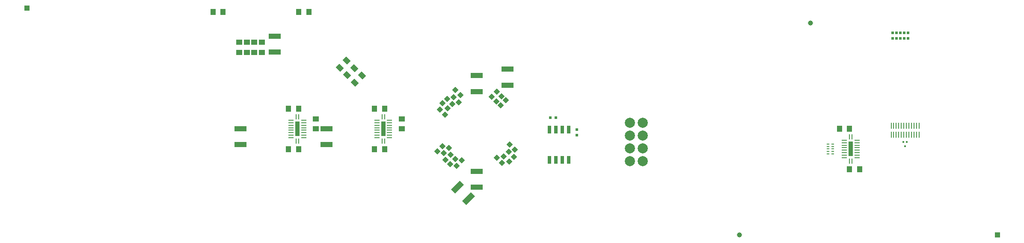
<source format=gbr>
%TF.GenerationSoftware,Altium Limited,Altium Designer,22.4.2 (48)*%
G04 Layer_Color=128*
%FSLAX26Y26*%
%MOIN*%
%TF.SameCoordinates,8C98EB32-1E12-42CD-A60B-9DA89663A72C*%
%TF.FilePolarity,Positive*%
%TF.FileFunction,Paste,Bot*%
%TF.Part,Single*%
G01*
G75*
%TA.AperFunction,SMDPad,CuDef*%
%ADD21R,0.031496X0.059055*%
%ADD23R,0.023622X0.023622*%
%ADD37R,0.049213X0.039370*%
%TA.AperFunction,FiducialPad,Global*%
%ADD46C,0.039370*%
%ADD47R,0.039370X0.039370*%
%TA.AperFunction,SMDPad,CuDef*%
%ADD51R,0.023622X0.023622*%
%ADD52R,0.039370X0.049213*%
%ADD54R,0.094488X0.043307*%
%ADD57R,0.011811X0.011811*%
%ADD59R,0.018701X0.007874*%
G04:AMPARAMS|DCode=61|XSize=39.37mil|YSize=49.213mil|CornerRadius=0mil|HoleSize=0mil|Usage=FLASHONLY|Rotation=45.000|XOffset=0mil|YOffset=0mil|HoleType=Round|Shape=Rectangle|*
%AMROTATEDRECTD61*
4,1,4,0.003480,-0.031319,-0.031319,0.003480,-0.003480,0.031319,0.031319,-0.003480,0.003480,-0.031319,0.0*
%
%ADD61ROTATEDRECTD61*%

%ADD100R,0.011024X0.045276*%
%ADD101C,0.078740*%
%ADD102R,0.011417X0.039370*%
%ADD103R,0.039370X0.011417*%
%ADD104R,0.035433X0.114173*%
G04:AMPARAMS|DCode=105|XSize=33.465mil|YSize=35.433mil|CornerRadius=0mil|HoleSize=0mil|Usage=FLASHONLY|Rotation=45.000|XOffset=0mil|YOffset=0mil|HoleType=Round|Shape=Rectangle|*
%AMROTATEDRECTD105*
4,1,4,0.000696,-0.024359,-0.024359,0.000696,-0.000696,0.024359,0.024359,-0.000696,0.000696,-0.024359,0.0*
%
%ADD105ROTATEDRECTD105*%

G04:AMPARAMS|DCode=106|XSize=33.465mil|YSize=35.433mil|CornerRadius=0mil|HoleSize=0mil|Usage=FLASHONLY|Rotation=135.000|XOffset=0mil|YOffset=0mil|HoleType=Round|Shape=Rectangle|*
%AMROTATEDRECTD106*
4,1,4,0.024359,0.000696,-0.000696,-0.024359,-0.024359,-0.000696,0.000696,0.024359,0.024359,0.000696,0.0*
%
%ADD106ROTATEDRECTD106*%

G04:AMPARAMS|DCode=107|XSize=43.307mil|YSize=94.488mil|CornerRadius=0mil|HoleSize=0mil|Usage=FLASHONLY|Rotation=315.000|XOffset=0mil|YOffset=0mil|HoleType=Round|Shape=Rectangle|*
%AMROTATEDRECTD107*
4,1,4,-0.048718,-0.018095,0.018095,0.048718,0.048718,0.018095,-0.018095,-0.048718,-0.048718,-0.018095,0.0*
%
%ADD107ROTATEDRECTD107*%

D21*
X6622047Y2947835D02*
D03*
X6572047D02*
D03*
X6472441D02*
D03*
X6522441D02*
D03*
Y2711614D02*
D03*
X6472441D02*
D03*
X6572047D02*
D03*
X6622047D02*
D03*
D23*
X6521654Y3040000D02*
D03*
X6478346D02*
D03*
D37*
X4173228Y3630905D02*
D03*
Y3552165D02*
D03*
X4653543Y3031496D02*
D03*
Y2952756D02*
D03*
X5322835Y3031496D02*
D03*
Y2952756D02*
D03*
X4232283Y3630905D02*
D03*
Y3552165D02*
D03*
X4055118Y3630905D02*
D03*
Y3552165D02*
D03*
X4114173Y3630905D02*
D03*
Y3552165D02*
D03*
D46*
X7952756Y2125984D02*
D03*
X8503937Y3779528D02*
D03*
D47*
X2401575Y3897638D02*
D03*
X9960630Y2125984D02*
D03*
D51*
X6684055Y2904528D02*
D03*
Y2947835D02*
D03*
X9145669Y3702756D02*
D03*
Y3659449D02*
D03*
X9234252D02*
D03*
Y3702756D02*
D03*
X9263780D02*
D03*
Y3659449D02*
D03*
X9175197D02*
D03*
Y3702756D02*
D03*
X9204724D02*
D03*
Y3659449D02*
D03*
D52*
X4438976Y2795276D02*
D03*
X4517717D02*
D03*
X5108268D02*
D03*
X5187008D02*
D03*
X5108268Y3110236D02*
D03*
X5187008D02*
D03*
X4438976D02*
D03*
X4517717D02*
D03*
X3850394Y3868110D02*
D03*
X3929134D02*
D03*
X4519685D02*
D03*
X4598425D02*
D03*
X8887795Y2637795D02*
D03*
X8809055D02*
D03*
X8730315Y2952756D02*
D03*
X8809055D02*
D03*
D54*
X4330709Y3553150D02*
D03*
Y3679134D02*
D03*
X5905512Y3370079D02*
D03*
Y3244095D02*
D03*
Y2496063D02*
D03*
Y2622047D02*
D03*
X6145669Y3420276D02*
D03*
Y3294291D02*
D03*
X4735236Y2955709D02*
D03*
Y2829724D02*
D03*
X4065945Y2955709D02*
D03*
Y2829724D02*
D03*
D57*
X9242126Y2817913D02*
D03*
X9255906Y2851378D02*
D03*
X9228346D02*
D03*
D59*
X8680118Y2756890D02*
D03*
Y2776575D02*
D03*
Y2796260D02*
D03*
Y2815945D02*
D03*
Y2835630D02*
D03*
X8642717D02*
D03*
Y2815945D02*
D03*
Y2796260D02*
D03*
Y2776575D02*
D03*
Y2756890D02*
D03*
D61*
X4952051Y3428430D02*
D03*
X4896374Y3372752D02*
D03*
X5011107Y3369374D02*
D03*
X4955429Y3313697D02*
D03*
X4892996Y3487485D02*
D03*
X4837319Y3431807D02*
D03*
D100*
X9350394Y2906496D02*
D03*
X9330709D02*
D03*
X9311024D02*
D03*
X9291339D02*
D03*
X9271654D02*
D03*
X9251969D02*
D03*
X9232283D02*
D03*
X9212598D02*
D03*
X9192913D02*
D03*
X9173228D02*
D03*
X9153543D02*
D03*
X9133858D02*
D03*
Y2979331D02*
D03*
X9153543D02*
D03*
X9173228D02*
D03*
X9192913D02*
D03*
X9212599D02*
D03*
X9232283D02*
D03*
X9251969D02*
D03*
X9271654D02*
D03*
X9291339D02*
D03*
X9311024D02*
D03*
X9330709D02*
D03*
X9350394D02*
D03*
D101*
X7200000Y2700000D02*
D03*
X7100000Y2800000D02*
D03*
X7200000Y3000000D02*
D03*
X7100000D02*
D03*
Y2900000D02*
D03*
X7200000Y2800000D02*
D03*
Y2900000D02*
D03*
X7100000Y2700000D02*
D03*
D102*
X8809055Y2701772D02*
D03*
Y2890748D02*
D03*
X8828740D02*
D03*
Y2701772D02*
D03*
X5187007Y3047244D02*
D03*
Y2858268D02*
D03*
X5167322D02*
D03*
Y3047244D02*
D03*
X4517717D02*
D03*
Y2858268D02*
D03*
X4498032D02*
D03*
Y3047244D02*
D03*
D103*
X8769685Y2727362D02*
D03*
Y2747047D02*
D03*
Y2766732D02*
D03*
Y2786417D02*
D03*
Y2806102D02*
D03*
Y2825787D02*
D03*
Y2845472D02*
D03*
Y2865157D02*
D03*
X8868110D02*
D03*
Y2845472D02*
D03*
Y2825787D02*
D03*
Y2806102D02*
D03*
Y2786417D02*
D03*
Y2766732D02*
D03*
Y2747047D02*
D03*
Y2727362D02*
D03*
X5226377Y3021653D02*
D03*
Y3001968D02*
D03*
Y2982284D02*
D03*
Y2962598D02*
D03*
Y2942913D02*
D03*
Y2923228D02*
D03*
Y2903543D02*
D03*
Y2883858D02*
D03*
X5127952D02*
D03*
Y2903543D02*
D03*
Y2923228D02*
D03*
Y2942913D02*
D03*
Y2962598D02*
D03*
Y2982284D02*
D03*
Y3001968D02*
D03*
Y3021653D02*
D03*
X4557087D02*
D03*
Y3001968D02*
D03*
Y2982284D02*
D03*
Y2962598D02*
D03*
Y2942913D02*
D03*
Y2923228D02*
D03*
Y2903543D02*
D03*
Y2883858D02*
D03*
X4458661D02*
D03*
Y2903543D02*
D03*
Y2923228D02*
D03*
Y2942913D02*
D03*
Y2962598D02*
D03*
Y2982284D02*
D03*
Y3001968D02*
D03*
Y3021653D02*
D03*
D104*
X8818898Y2796260D02*
D03*
X5177164Y2952756D02*
D03*
X4507874D02*
D03*
D105*
X6130917Y3178162D02*
D03*
X6090551Y3137795D02*
D03*
X5649108Y2764266D02*
D03*
X5689475Y2804632D02*
D03*
X5748518Y2665840D02*
D03*
X5788884Y2706207D02*
D03*
X6062506Y3244593D02*
D03*
X6022140Y3204226D02*
D03*
X6097939Y3209160D02*
D03*
X6057573Y3168793D02*
D03*
X5596943Y2778045D02*
D03*
X5637309Y2818412D02*
D03*
X5661903Y2711116D02*
D03*
X5702270Y2751482D02*
D03*
X5698321Y2677651D02*
D03*
X5738687Y2718018D02*
D03*
D106*
X5725880Y3200301D02*
D03*
X5766246Y3159935D02*
D03*
X5617612Y3105813D02*
D03*
X5657979Y3065447D02*
D03*
X6102860Y2687494D02*
D03*
X6062494Y2727860D02*
D03*
X6201286Y2789856D02*
D03*
X6160919Y2830223D02*
D03*
X5738675Y3256404D02*
D03*
X5779042Y3216037D02*
D03*
X5673714Y3188490D02*
D03*
X5714081Y3148124D02*
D03*
X5638281Y3153057D02*
D03*
X5678648Y3112691D02*
D03*
X6156994Y2698321D02*
D03*
X6116628Y2738687D02*
D03*
X6194396Y2733754D02*
D03*
X6154029Y2774120D02*
D03*
D107*
X5842770Y2407229D02*
D03*
X5753686Y2496314D02*
D03*
%TF.MD5,f86ed47ff20ffd22a724e99b97d42719*%
M02*

</source>
